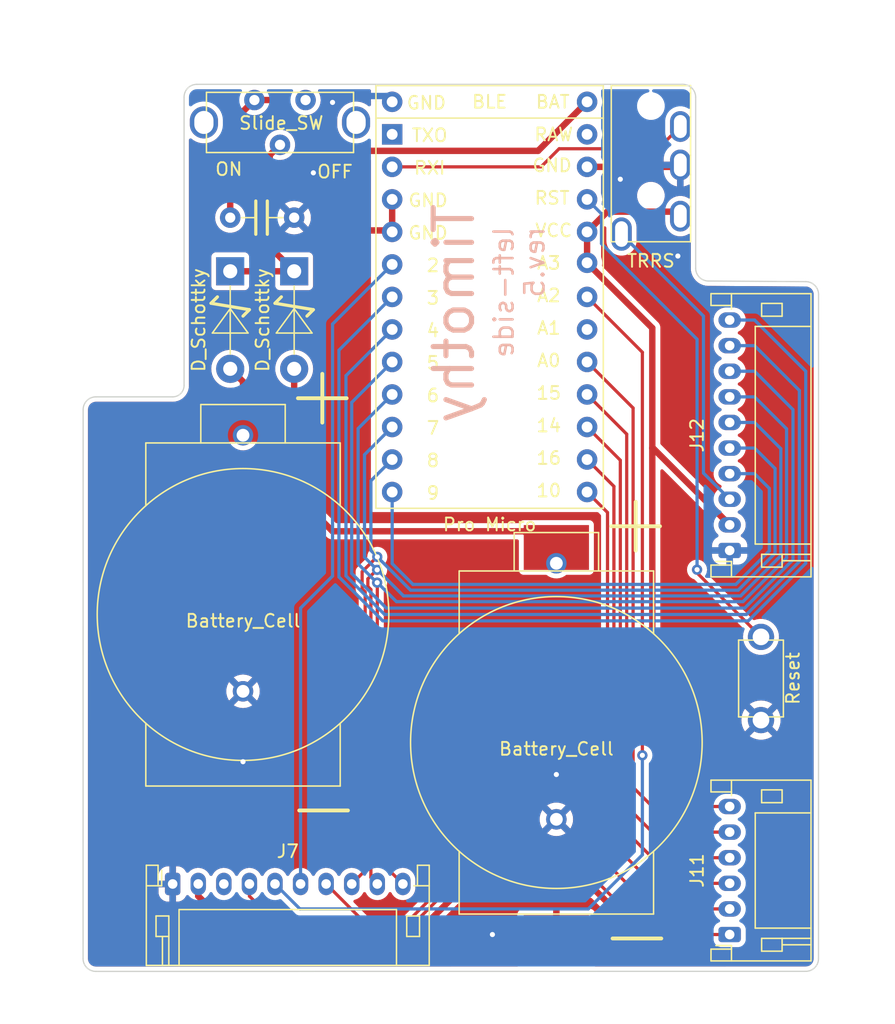
<source format=kicad_pcb>
(kicad_pcb (version 20211014) (generator pcbnew)
  (layers (0 "F.Cu" signal) (31 "B.Cu" signal) (34 "B.Paste" user) (35 "F.Paste" user) (36 "B.SilkS" user "B.Silkscreen") (37 "F.SilkS" user "F.Silkscreen") (38 "B.Mask" user) (39 "F.Mask" user) (44 "Edge.Cuts" user))
  (net 0 "")
  (net 1 "GND")
  (net 2 "/left_control/BAT")
  (net 3 "Net-(BT1-Pad1)")
  (net 4 "Net-(BT2-Pad1)")
  (net 5 "Net-(D70-Pad1)")
  (net 9 "/left_control/SERIAL")
  (net 10 "/left_control/VCC")
  (net 11 "/left_control/BACKLIGHT_TO_RIGHT")
  (net 12 "/left_control/C4")
  (net 13 "/left_control/C5")
  (net 14 "/left_control/C6")
  (net 15 "/left_control/R5")
  (net 16 "/left_control/PWR_LED")
  (net 17 "/left_control/TO_THUMB_BACKLIGHT")
  (net 18 "/left_control/FROM_THUMB_BACKLIGHT")
  (net 19 "/left_control/R1")
  (net 20 "/left_control/R2")
  (net 21 "/left_control/R3")
  (net 22 "/left_control/R4")
  (net 23 "/left_control/C1")
  (net 24 "/left_control/C2")
  (net 25 "/left_control/C3")
  (net 26 "/left_control/C7")
  (net 27 "Net-(SW63-Pad2)")
  (footprint "keyboard:Slide_Switch_ESD175202" (layer "F.Cu") (at 321.892 172.814)
    (fp_text reference "SW31" hide)
    (fp_text value "Slide_SW" (at 0.1 1.8) (layer "F.SilkS"))
    (fp_text user "ON" (at -4 5.4 unlocked) (layer "F.SilkS"))
    (fp_text user "OFF" (at 4.3 5.6 unlocked) (layer "F.SilkS"))
    (fp_line (start -5.75 -0.6) (end 5.75 -0.6) (layer "F.SilkS") (width 0.12))
    (fp_line (start 5.75 4.1) (end -5.75 4.1) (layer "F.SilkS") (width 0.12))
    (fp_line (start 5.75 4.1) (end 5.75 -0.6) (layer "F.SilkS") (width 0.12))
    (fp_line (start -5.75 -0.6) (end -5.75 4.1) (layer "F.SilkS") (width 0.12))
    (pad "" thru_hole circle (at 2 0) (size 1.6 1.6) (drill 0.8) (layers *.Cu *.Mask))
    (pad "" thru_hole oval (at -5.95 1.75) (size 2.2 2.5) (drill oval 1.5 1.8) (layers *.Cu *.Mask))
    (pad "" thru_hole oval (at 5.95 1.75) (size 2.2 2.5) (drill oval 1.5 1.8) (layers *.Cu *.Mask))
    (pad "1" thru_hole circle (at 0 3.5) (size 1.6 1.6) (drill 0.8) (layers *.Cu *.Mask) (net 5 "Net-(D70-Pad1)"))
    (pad "2" thru_hole circle (at -2 0) (size 1.6 1.6) (drill 0.8) (layers *.Cu *.Mask) (net 2 "/left_control/BAT"))
  )
  (footprint "keyboard:Shottky_Barrier_Diode" (layer "F.Cu") (at 323 186.19 -90)
    (fp_text reference "D71" hide)
    (fp_text value "D_Schottky" (at 3.81 2.47 90) (layer "F.SilkS"))
    (fp_line (start 4.826 -1.397) (end 4.826 1.397) (layer "F.SilkS") (width 0.12))
    (fp_line (start 2.5 1.5) (end 2 1) (layer "F.SilkS") (width 0.25))
    (fp_line (start 3 -1.5) (end 2.5 1.5) (layer "F.SilkS") (width 0.25))
    (fp_line (start 2.921 0) (end 4.826 -1.397) (layer "F.SilkS") (width 0.12))
    (fp_line (start 1.143 0) (end 6.477 0) (layer "F.SilkS") (width 0.12))
    (fp_line (start 3.5 -1) (end 3 -1.5) (layer "F.SilkS") (width 0.25))
    (fp_line (start 4.826 1.397) (end 2.921 0) (layer "F.SilkS") (width 0.12))
    (pad "1" thru_hole rect (at 0 0 270) (size 2.2 2.2) (drill 1.1) (layers *.Cu *.Mask) (net 5 "Net-(D70-Pad1)"))
    (pad "2" thru_hole oval (at 7.62 0 270) (size 2.2 2.2) (drill 1.1) (layers *.Cu *.Mask) (net 4 "Net-(BT2-Pad1)"))
  )
  (footprint "Connector_JST:JST_PH_S10B-PH-K_1x10_P2.00mm_Horizontal" (layer "F.Cu") (at 357.05 208 90)
    (fp_text reference "J12" (at 9 -2.55 90) (layer "F.SilkS"))
    (fp_text value "control_to_main_2")
    (fp_line (start 0.5 2) (end 17.5 2) (layer "F.SilkS") (width 0.12))
    (fp_line (start -0.3 4.1) (end -0.3 6.36) (layer "F.SilkS") (width 0.12))
    (fp_line (start 0.5 6.36) (end 0.5 2) (layer "F.SilkS") (width 0.12))
    (fp_line (start -0.3 2.5) (end -1.3 2.5) (layer "F.SilkS") (width 0.12))
    (fp_line (start -2.06 0.14) (end -1.14 0.14) (layer "F.SilkS") (width 0.12))
    (fp_line (start 20.06 0.14) (end 19.14 0.14) (layer "F.SilkS") (width 0.12))
    (fp_line (start 18.3 2.5) (end 19.3 2.5) (layer "F.SilkS") (width 0.12))
    (fp_line (start -1.3 2.5) (end -1.3 4.1) (layer "F.SilkS") (width 0.12))
    (fp_line (start 19.14 -1.46) (end 19.14 0.14) (layer "F.SilkS") (width 0.12))
    (fp_line (start -0.8 4.1) (end -0.8 6.36) (layer "F.SilkS") (width 0.12))
    (fp_line (start 19.3 2.5) (end 19.3 4.1) (layer "F.SilkS") (width 0.12))
    (fp_line (start -1.3 4.1) (end -0.3 4.1) (layer "F.SilkS") (width 0.12))
    (fp_line (start 18.3 4.1) (end 18.3 2.5) (layer "F.SilkS") (width 0.12))
    (fp_line (start 19.14 0.14) (end 18.86 0.14) (layer "F.SilkS") (width 0.12))
    (fp_line (start 20.06 -1.46) (end 19.14 -1.46) (layer "F.SilkS") (width 0.12))
    (fp_line (start -1.14 0.14) (end -1.14 -1.46) (layer "F.SilkS") (width 0.12))
    (fp_line (start 19.3 4.1) (end 18.3 4.1) (layer "F.SilkS") (width 0.12))
    (fp_line (start -0.3 4.1) (end -0.3 2.5) (layer "F.SilkS") (width 0.12))
    (fp_line (start 20.06 6.36) (end 20.06 -1.46) (layer "F.SilkS") (width 0.12))
    (fp_line (start -2.06 6.36) (end 20.06 6.36) (layer "F.SilkS") (width 0.12))
    (fp_line (start -0.86 0.14) (end -0.86 -1.075) (layer "F.SilkS") (width 0.12))
    (fp_line (start -0.86 0.14) (end -1.14 0.14) (layer "F.SilkS") (width 0.12))
    (fp_line (start -1.14 -1.46) (end -2.06 -1.46) (layer "F.SilkS") (width 0.12))
    (fp_line (start -2.06 -1.46) (end -2.06 6.36) (layer "F.SilkS") (width 0.12))
    (fp_line (start 17.5 2) (end 17.5 6.36) (layer "F.SilkS") (width 0.12))
    (pad "1" thru_hole roundrect (at 0 0 90) (size 1.2 1.75) (drill 0.75) (layers *.Cu *.Mask) (roundrect_rratio 0.2083333333) (net 1 "GND"))
    (pad "2" thru_hole oval (at 2 0 90) (size 1.2 1.75) (drill 0.75) (layers *.Cu *.Mask) (net 10 "/left_control/VCC"))
    (pad "3" thru_hole oval (at 4 0 90) (size 1.2 1.75) (drill 0.75) (layers *.Cu *.Mask) (net 11 "/left_control/BACKLIGHT_TO_RIGHT"))
    (pad "4" thru_hole oval (at 6 0 90) (size 1.2 1.75) (drill 0.75) (layers *.Cu *.Mask) (net 26 "/left_control/C7"))
    (pad "5" thru_hole oval (at 8 0 90) (size 1.2 1.75) (drill 0.75) (layers *.Cu *.Mask) (net 14 "/left_control/C6"))
    (pad "6" thru_hole oval (at 10 0 90) (size 1.2 1.75) (drill 0.75) (layers *.Cu *.Mask) (net 13 "/left_control/C5"))
    (pad "7" thru_hole oval (at 12 0 90) (size 1.2 1.75) (drill 0.75) (layers *.Cu *.Mask) (net 12 "/left_control/C4"))
    (pad "8" thru_hole oval (at 14 0 90) (size 1.2 1.75) (drill 0.75) (layers *.Cu *.Mask) (net 25 "/left_control/C3"))
    (pad "9" thru_hole oval (at 16 0 90) (size 1.2 1.75) (drill 0.75) (layers *.Cu *.Mask) (net 24 "/left_control/C2"))
    (pad "10" thru_hole oval (at 18 0 90) (size 1.2 1.75) (drill 0.75) (layers *.Cu *.Mask) (net 23 "/left_control/C1"))
  )
  (footprint "keyboard:Capacitor" (layer "F.Cu") (at 318 182)
    (fp_text reference "C1" hide)
    (fp_text value "100μF")
    (fp_line (start 2.9 0) (end 4.1 0) (layer "F.SilkS") (width 0.12))
    (fp_line (start 0.9 0) (end 2 0) (layer "F.SilkS") (width 0.12))
    (fp_line (start 2.9 -1.3) (end 2.9 1.3) (layer "F.SilkS") (width 0.25))
    (fp_line (start 2 -1.3) (end 2 1.3) (layer "F.SilkS") (width 0.25))
    (pad "1" thru_hole circle (at 0 0) (size 1.6 1.6) (drill 0.8) (layers *.Cu *.Mask) (net 2 "/left_control/BAT"))
    (pad "2" thru_hole circle (at 5 0) (size 1.6 1.6) (drill 0.8) (layers *.Cu *.Mask) (net 1 "GND"))
  )
  (footprint "keyboard:TRRS" (layer "F.Cu") (at 350.892 171.684)
    (fp_text reference "J5" hide)
    (fp_text value "TRRS" (at 0 13.7) (layer "F.SilkS"))
    (fp_line (start -3.1 12.2) (end 3.1 12.2) (layer "F.SilkS") (width 0.12))
    (fp_line (start 3.1 0) (end -3.1 0) (layer "F.SilkS") (width 0.12))
    (fp_line (start -3.1 0) (end -3.1 12.2) (layer "F.SilkS") (width 0.12))
    (fp_line (start 3.1 12.2) (end 3.1 0) (layer "F.SilkS") (width 0.12))
    (pad "" np_thru_hole circle locked (at 0 8.6) (size 1.4 1.4) (drill 1.4) (layers *.Cu *.Mask))
    (pad "" np_thru_hole circle locked (at 0 1.6) (size 1.4 1.4) (drill 1.4) (layers *.Cu *.Mask))
    (pad "1" thru_hole oval locked (at 2.3 3.2) (size 1.6 2.4) (drill oval 1 1.8) (layers *.Cu *.Mask) (net 9 "/left_control/SERIAL"))
    (pad "2" thru_hole oval locked (at 2.3 6.2) (size 1.6 2.4) (drill oval 1 1.8) (layers *.Cu *.Mask) (net 1 "GND"))
    (pad "3" thru_hole oval locked (at 2.3 10.2) (size 1.6 2.4) (drill oval 1 1.8) (layers *.Cu *.Mask) (net 10 "/left_control/VCC"))
    (pad "4" thru_hole oval locked (at -2.3 11.6) (size 1.6 2.6) (drill oval 1 2) (layers *.Cu *.Mask) (net 11 "/left_control/BACKLIGHT_TO_RIGHT"))
  )
  (footprint "keyboard:CR2032_Holder_SMD" (layer "F.Cu") (at 343.5 223 180)
    (fp_text reference "BT2" hide)
    (fp_text value "Battery_Cell" (at 0 -0.5) (layer "F.SilkS"))
    (fp_text user "+" (at -6.2 16.5 180 unlocked) (layer "F.SilkS") (effects (font (size 5 5) (thickness 0.3))))
    (fp_text user "-" (at -6.3 -15.7 180 unlocked) (layer "F.SilkS") (effects (font (size 5 5) (thickness 0.3))))
    (fp_line (start -7.6 13.4) (end 7.6 13.4) (layer "F.SilkS") (width 0.12))
    (fp_line (start 7.6 -13.4) (end 7.6 -8.5) (layer "F.SilkS") (width 0.12))
    (fp_line (start -7.6 -13.4) (end 7.6 -13.4) (layer "F.SilkS") (width 0.12))
    (fp_line (start 7.6 13.4) (end 7.6 8.5) (layer "F.SilkS") (width 0.12))
    (fp_line (start -7.6 -13.4) (end -7.6 -8.5) (layer "F.SilkS") (width 0.12))
    (fp_line (start -7.6 13.4) (end -7.6 8.5) (layer "F.SilkS") (width 0.12))
    (fp_line (start -3.3 13.4) (end -3.3 16.4) (layer "F.SilkS") (width 0.12))
    (fp_line (start -3.3 16.4) (end 3.3 16.4) (layer "F.SilkS") (width 0.12))
    (fp_line (start 3.3 13.4) (end 3.3 16.4) (layer "F.SilkS") (width 0.12))
    (fp_circle (center 0 0) (end 11.4 0) (layer "F.SilkS") (width 0.12) (fill none))
    (pad "1" thru_hole circle (at 0 14 180) (size 1.6 1.6) (drill 1) (layers *.Cu *.Mask) (net 4 "Net-(BT2-Pad1)"))
    (pad "1" smd rect (at 0 15.235 180) (size 5.1 3.5) (layers "F.Cu" "F.Paste" "F.Mask") (net 4 "Net-(BT2-Pad1)"))
    (pad "2" thru_hole circle (at 0 -6 180) (size 1.6 1.6) (drill 1) (layers *.Cu *.Mask) (net 1 "GND"))
    (pad "2" smd rect (at 0 -15.235 180) (size 5.1 3.5) (layers "F.Cu" "F.Paste" "F.Mask") (net 1 "GND"))
  )
  (footprint "Connector_JST:JST_PH_S10B-PH-K_1x10_P2.00mm_Horizontal" (layer "F.Cu") (at 313.5 234.05)
    (fp_text reference "J7" (at 9 -2.55) (layer "F.SilkS"))
    (fp_text value "to_thumb")
    (fp_line (start 17.5 2) (end 17.5 6.36) (layer "F.SilkS") (width 0.12))
    (fp_line (start -1.3 2.5) (end -1.3 4.1) (layer "F.SilkS") (width 0.12))
    (fp_line (start -1.14 -1.46) (end -2.06 -1.46) (layer "F.SilkS") (width 0.12))
    (fp_line (start 19.3 4.1) (end 18.3 4.1) (layer "F.SilkS") (width 0.12))
    (fp_line (start -2.06 6.36) (end 20.06 6.36) (layer "F.SilkS") (width 0.12))
    (fp_line (start -1.3 4.1) (end -0.3 4.1) (layer "F.SilkS") (width 0.12))
    (fp_line (start 18.3 4.1) (end 18.3 2.5) (layer "F.SilkS") (width 0.12))
    (fp_line (start 19.14 -1.46) (end 19.14 0.14) (layer "F.SilkS") (width 0.12))
    (fp_line (start 0.5 2) (end 17.5 2) (layer "F.SilkS") (width 0.12))
    (fp_line (start -0.8 4.1) (end -0.8 6.36) (layer "F.SilkS") (width 0.12))
    (fp_line (start -2.06 0.14) (end -1.14 0.14) (layer "F.SilkS") (width 0.12))
    (fp_line (start -0.3 2.5) (end -1.3 2.5) (layer "F.SilkS") (width 0.12))
    (fp_line (start -0.86 0.14) (end -1.14 0.14) (layer "F.SilkS") (width 0.12))
    (fp_line (start 20.06 -1.46) (end 19.14 -1.46) (layer "F.SilkS") (width 0.12))
    (fp_line (start -0.86 0.14) (end -0.86 -1.075) (layer "F.SilkS") (width 0.12))
    (fp_line (start -0.3 4.1) (end -0.3 2.5) (layer "F.SilkS") (width 0.12))
    (fp_line (start 0.5 6.36) (end 0.5 2) (layer "F.SilkS") (width 0.12))
    (fp_line (start 19.14 0.14) (end 18.86 0.14) (layer "F.SilkS") (width 0.12))
    (fp_line (start -1.14 0.14) (end -1.14 -1.46) (layer "F.SilkS") (width 0.12))
    (fp_line (start -2.06 -1.46) (end -2.06 6.36) (layer "F.SilkS") (width 0.12))
    (fp_line (start -0.3 4.1) (end -0.3 6.36) (layer "F.SilkS") (width 0.12))
    (fp_line (start 20.06 6.36) (end 20.06 -1.46) (layer "F.SilkS") (width 0.12))
    (fp_line (start 19.3 2.5) (end 19.3 4.1) (layer "F.SilkS") (width 0.12))
    (fp_line (start 20.06 0.14) (end 19.14 0.14) (layer "F.SilkS") (width 0.12))
    (fp_line (start 18.3 2.5) (end 19.3 2.5) (layer "F.SilkS") (width 0.12))
    (pad "1" thru_hole roundrect (at 0 0) (size 1.2 1.75) (drill 0.75) (layers *.Cu *.Mask) (roundrect_rratio 0.2083333333) (net 1 "GND"))
    (pad "2" thru_hole oval (at 2 0) (size 1.2 1.75) (drill 0.75) (layers *.Cu *.Mask) (net 10 "/left_control/VCC"))
    (pad "3" thru_hole oval (at 4 0) (size 1.2 1.75) (drill 0.75) (layers *.Cu *.Mask))
    (pad "4" thru_hole oval (at 6 0) (size 1.2 1.75) (drill 0.75) (layers *.Cu *.Mask) (net 18 "/left_control/FROM_THUMB_BACKLIGHT"))
    (pad "5" thru_hole oval (at 8 0) (size 1.2 1.75) (drill 0.75) (layers *.Cu *.Mask) (net 17 "/left_control/TO_THUMB_BACKLIGHT"))
    (pad "6" thru_hole oval (at 10 0) (size 1.2 1.75) (drill 0.75) (layers *.Cu *.Mask) (net 16 "/left_control/PWR_LED"))
    (pad "7" thru_hole oval (at 12 0) (size 1.2 1.75) (drill 0.75) (layers *.Cu *.Mask) (net 15 "/left_control/R5"))
    (pad "8" thru_hole oval (at 14 0) (size 1.2 1.75) (drill 0.75) (layers *.Cu *.Mask) (net 14 "/left_control/C6"))
    (pad "9" thru_hole oval (at 16 0) (size 1.2 1.75) (drill 0.75) (layers *.Cu *.Mask) (net 13 "/left_control/C5"))
    (pad "10" thru_hole oval (at 18 0) (size 1.2 1.75) (drill 0.75) (layers *.Cu *.Mask) (net 12 "/left_control/C4"))
  )
  (footprint "keyboard:Tactile_Switch" (layer "F.Cu") (at 359.5 221.25 90)
    (fp_text reference "SW63" hide)
    (fp_text value "Reset" (at 3.25 2.5 90) (layer "F.SilkS"))
    (fp_line (start 0.25 1.75) (end 0.25 -1.75) (layer "F.SilkS") (width 0.12))
    (fp_line (start 6.25 -1.75) (end 6.25 1.75) (layer "F.SilkS") (width 0.12))
    (fp_line (start 0.25 -1.75) (end 6.25 -1.75) (layer "F.SilkS") (width 0.12))
    (fp_line (start 6.25 1.75) (end 0.25 1.75) (layer "F.SilkS") (width 0.12))
    (pad "1" thru_hole circle (at 0 0 90) (size 2.05 2.05) (drill 1.3) (layers *.Cu *.Mask) (net 1 "GND"))
    (pad "2" thru_hole circle (at 6.5 0 90) (size 2.05 2.05) (drill 1.3) (layers *.Cu *.Mask) (net 27 "Net-(SW63-Pad2)"))
  )
  (footprint "keyboard:CR2032_Holder_SMD" (layer "F.Cu") (at 319 213 180)
    (fp_text reference "BT1" hide)
    (fp_text value "Battery_Cell" (at 0 -0.5) (layer "F.SilkS"))
    (fp_text user "+" (at -6.2 16.5 180 unlocked) (layer "F.SilkS") (effects (font (size 5 5) (thickness 0.3))))
    (fp_text user "-" (at -6.3 -15.7 180 unlocked) (layer "F.SilkS") (effects (font (size 5 5) (thickness 0.3))))
    (fp_line (start 7.6 13.4) (end 7.6 8.5) (layer "F.SilkS") (width 0.12))
    (fp_line (start 7.6 -13.4) (end 7.6 -8.5) (layer "F.SilkS") (width 0.12))
    (fp_line (start 3.3 13.4) (end 3.3 16.4) (layer "F.SilkS") (width 0.12))
    (fp_line (start -7.6 -13.4) (end 7.6 -13.4) (layer "F.SilkS") (width 0.12))
    (fp_line (start -7.6 13.4) (end 7.6 13.4) (layer "F.SilkS") (width 0.12))
    (fp_line (start -7.6 -13.4) (end -7.6 -8.5) (layer "F.SilkS") (width 0.12))
    (fp_line (start -3.3 16.4) (end 3.3 16.4) (layer "F.SilkS") (width 0.12))
    (fp_line (start -3.3 13.4) (end -3.3 16.4) (layer "F.SilkS") (width 0.12))
    (fp_line (start -7.6 13.4) (end -7.6 8.5) (layer "F.SilkS") (width 0.12))
    (fp_circle (center 0 0) (end 11.4 0) (layer "F.SilkS") (width 0.12) (fill none))
    (pad "1" thru_hole circle (at 0 14 180) (size 1.6 1.6) (drill 1) (layers *.Cu *.Mask) (net 3 "Net-(BT1-Pad1)"))
    (pad "1" smd rect (at 0 15.235 180) (size 5.1 3.5) (layers "F.Cu" "F.Paste" "F.Mask") (net 3 "Net-(BT1-Pad1)"))
    (pad "2" thru_hole circle (at 0 -6 180) (size 1.6 1.6) (drill 1) (layers *.Cu *.Mask) (net 1 "GND"))
    (pad "2" smd rect (at 0 -15.235 180) (size 5.1 3.5) (layers "F.Cu" "F.Paste" "F.Mask") (net 1 "GND"))
  )
  (footprint "keyboard:Shottky_Barrier_Diode" (layer "F.Cu") (at 318 186.19 -90)
    (fp_text reference "D70" hide)
    (fp_text value "D_Schottky" (at 3.81 2.47 90) (layer "F.SilkS"))
    (fp_line (start 3.5 -1) (end 3 -1.5) (layer "F.SilkS") (width 0.25))
    (fp_line (start 2.5 1.5) (end 2 1) (layer "F.SilkS") (width 0.25))
    (fp_line (start 2.921 0) (end 4.826 -1.397) (layer "F.SilkS") (width 0.12))
    (fp_line (start 4.826 1.397) (end 2.921 0) (layer "F.SilkS") (width 0.12))
    (fp_line (start 3 -1.5) (end 2.5 1.5) (layer "F.SilkS") (width 0.25))
    (fp_line (start 4.826 -1.397) (end 4.826 1.397) (layer "F.SilkS") (width 0.12))
    (fp_line (start 1.143 0) (end 6.477 0) (layer "F.SilkS") (width 0.12))
    (pad "1" thru_hole rect (at 0 0 270) (size 2.2 2.2) (drill 1.1) (layers *.Cu *.Mask) (net 5 "Net-(D70-Pad1)"))
    (pad "2" thru_hole oval (at 7.62 0 270) (size 2.2 2.2) (drill 1.1) (layers *.Cu *.Mask) (net 3 "Net-(BT1-Pad1)"))
  )
  (footprint "keyboard:BLE_Micro_Pro" (layer "F.Cu") (at 329.392 171.684)
    (fp_text reference "U1" hide)
    (fp_text value "Pro Micro" (at 8.89 34.29) (layer "F.SilkS"))
    (fp_text user "15" (at 13.519 24.018) (layer "F.SilkS"))
    (fp_text user "7" (at 4.458 26.75) (layer "F.SilkS"))
    (fp_text user "GND" (at 4.077 11.51) (layer "F.SilkS"))
    (fp_text user "RAW" (at 13.9 3.825) (layer "F.SilkS"))
    (fp_text user "6" (at 4.458 24.21) (layer "F.SilkS"))
    (fp_text user "3" (at 4.458 16.59) (layer "F.SilkS"))
    (fp_text user "2" (at 4.458 14.05) (layer "F.SilkS"))
    (fp_text user "A0" (at 13.519 21.478) (layer "F.SilkS"))
    (fp_text user "GND" (at 3.95 1.35) (layer "F.SilkS"))
    (fp_text user "8" (at 4.458 29.29) (layer "F.SilkS"))
    (fp_text user "BLE" (at 8.89 1.27 unlocked) (layer "F.SilkS"))
    (fp_text user "16" (at 13.519 29.098) (layer "F.SilkS"))
    (fp_text user "TXO" (at 4.204 3.89) (layer "F.SilkS"))
    (fp_text user "A2" (at 13.519 16.398) (layer "F.SilkS"))
    (fp_text user "BAT" (at 13.825 1.275) (layer "F.SilkS"))
    (fp_text user "A3" (at 13.519 13.858) (layer "F.SilkS"))
    (fp_text user "VCC" (at 13.9 11.318) (layer "F.SilkS"))
    (fp_text user "RXI" (at 4.204 6.43) (layer "F.SilkS"))
    (fp_text user "14" (at 13.519 26.558) (layer "F.SilkS"))
    (fp_text user "GND" (at 4.077 8.97) (layer "F.SilkS"))
    (fp_text user "GND" (at 13.773 6.238) (layer "F.SilkS"))
    (fp_text user "10" (at 13.519 31.638) (layer "F.SilkS"))
    (fp_text user "RST" (at 13.773 8.778) (layer "F.SilkS"))
    (fp_text user "4" (at 4.458 19.13) (layer "F.SilkS"))
    (fp_text user "9" (at 4.458 31.83) (layer "F.SilkS"))
    (fp_text user "5" (at 4.458 21.67) (layer "F.SilkS"))
    (fp_text user "A1" (at 13.519 18.938) (layer "F.SilkS"))
    (fp_line (start 17.78 0) (end 0 0) (layer "F.SilkS") (width 0.12))
    (fp_line (start 0 2.54) (end 17.78 2.54) (layer "F.SilkS") (width 0.12))
    (fp_line (start 0 33.02) (end 17.78 33.02) (layer "F.SilkS") (width 0.12))
    (fp_line (start 0 33.02) (end 0 0) (layer "F.SilkS") (width 0.12))
    (fp_line (start 17.78 0) (end 17.78 33.02) (layer "F.SilkS") (width 0.12))
    (pad "0" thru_hole circle (at 1.27 1.27) (size 1.6 1.6) (drill 0.85) (layers *.Cu *.Mask) (net 1 "GND"))
    (pad "1" thru_hole rect (at 1.27 3.81) (size 1.6 1.6) (drill 0.85) (layers *.Cu *.Mask))
    (pad "2" thru_hole circle (at 1.27 6.35) (size 1.6 1.6) (drill 0.85) (layers *.Cu *.Mask) (net 9 "/left_control/SERIAL"))
    (pad "3" thru_hole circle (at 1.27 8.89) (size 1.6 1.6) (drill 0.85) (layers *.Cu *.Mask) (net 1 "GND"))
    (pad "4" thru_hole circle (at 1.27 11.43) (size 1.6 1.6) (drill 0.85) (layers *.Cu *.Mask) (net 1 "GND"))
    (pad "5" thru_hole circle (at 1.27 13.97) (size 1.6 1.6) (drill 0.85) (layers *.Cu *.Mask) (net 16 "/left_control/PWR_LED"))
    (pad "6" thru_hole circle (at 1.27 16.51) (size 1.6 1.6) (drill 0.85) (layers *.Cu *.Mask) (net 23 "/left_control/C1"))
    (pad "7" thru_hole circle (at 1.27 19.05) (size 1.6 1.6) (drill 0.85) (layers *.Cu *.Mask) (net 24 "/left_control/C2"))
    (pad "8" thru_hole circle (at 1.27 21.59) (size 1.6 1.6) (drill 0.85) (layers *.Cu *.Mask) (net 25 "/left_control/C3"))
    (pad "9" thru_hole circle (at 1.27 24.13) (size 1.6 1.6) (drill 0.85) (layers *.Cu *.Mask) (net 12 "/left_control/C4"))
    (pad "10" thru_hole circle (at 1.27 26.67) (size 1.6 1.6) (drill 0.85) (layers *.Cu *.Mask) (net 13 "/left_control/C5"))
    (pad "11" thru_hole circle (at 1.27 29.21) (size 1.6 1.6) (drill 0.85) (layers *.Cu *.Mask) (net 14 "/left_control/C6"))
    (pad "12" thru_hole circle (at 1.27 31.75) (size 1.6 1.6) (drill 0.85) (layers *.Cu *.Mask) (net 26 "/left_control/C7"))
    (pad "13" thru_hole circle (at 16.51 31.75) (size 1.6 1.6) (drill 0.85) (layers *.Cu *.Mask) (net 15 "/left_control/R5"))
    (pad "14" thru_hole circle (at 16.51 29.21) (size 1.6 1.6) (drill 0.85) (layers *.Cu *.Mask) (net 22 "/left_control/R4"))
    (pad "15" thru_hole circle (at 16.51 26.67) (size 1.6 1.6) (drill 0.85) (layers *.Cu *.Mask) (net 21 "/left_control/R3"))
    (pad "16" thru_hole circle (at 16.51 24.13) (size 1.6 1.6) (drill 0.85) (layers *.Cu *.Mask) (net 20 "/left_control/R2"))
    (pad "17" thru_hole circle (at 16.51 21.59) (size 1.6 1.6) (drill 0.85) (layers *.Cu *.Mask) (net 19 "/left_control/R1"))
    (pad "18" thru_hole circle (at 16.51 19.05) (size 1.6 1.6) (drill 0.85) (layers *.Cu *.Mask))
    (pad "19" thru_hole circle (at 16.51 16.51) (size 1.6 1.6) (drill 0.85) (layers *.Cu *.Mask) (net 17 "/left_control/TO_THUMB_BACKLIGHT"))
    (pad "20" thru_hole circle (at 16.51 13.843) (size 1.6 1.6) (drill 0.85) (layers *.Cu *.Mask) (net 10 "/left_control/VCC"))
    (pad "21" thru_hole circle (at 16.51 11.43) (size 1.6 1.6) (drill 0.85) (layers *.Cu *.Mask) (net 10 "/left_control/VCC"))
    (pad "22" thru_hole circle (at 16.51 8.89) (size 1.6 1.6) (drill 0.85) (layers *.Cu *.Mask) (net 27 "Net-(SW63-Pad2)"))
    (pad "23" thru_hole circle (at 16.51 6.35) (size 1.6 1.6) (drill 0.85) (layers *.Cu *.Mask) (net 1 "GND"))
    (pad "24" thru_hole circle (at 16.51 3.81) (size 1.6 1.6) (drill 0.85) (layers *.Cu *.Mask))
    (pad "25" thru_hole circle (at 16.51 1.27) (size 1.6 1.6) (drill 0.85) (layers *.Cu *.Mask) (net 2 "/left_control/BAT"))
  )
  (footprint "Connector_JST:JST_PH_S6B-PH-K_1x06_P2.00mm_Horizontal" (layer "F.Cu") (at 357.05 238 90)
    (fp_text reference "J11" (at 5 -2.55 90) (layer "F.SilkS"))
    (fp_text value "control_to_main_1")
    (fp_line (start -0.3 4.1) (end -0.3 2.5) (layer "F.SilkS") (width 0.12))
    (fp_line (start 0.5 2) (end 9.5 2) (layer "F.SilkS") (width 0.12))
    (fp_line (start 11.14 -1.46) (end 11.14 0.14) (layer "F.SilkS") (width 0.12))
    (fp_line (start 10.3 2.5) (end 11.3 2.5) (layer "F.SilkS") (width 0.12))
    (fp_line (start -0.3 4.1) (end -0.3 6.36) (layer "F.SilkS") (width 0.12))
    (fp_line (start -1.3 2.5) (end -1.3 4.1) (layer "F.SilkS") (width 0.12))
    (fp_line (start 11.14 0.14) (end 10.86 0.14) (layer "F.SilkS") (width 0.12))
    (fp_line (start -1.3 4.1) (end -0.3 4.1) (layer "F.SilkS") (width 0.12))
    (fp_line (start 10.3 4.1) (end 10.3 2.5) (layer "F.SilkS") (width 0.12))
    (fp_line (start -2.06 -1.46) (end -2.06 6.36) (layer "F.SilkS") (width 0.12))
    (fp_line (start 11.3 4.1) (end 10.3 4.1) (layer "F.SilkS") (width 0.12))
    (fp_line (start 12.06 6.36) (end 12.06 -1.46) (layer "F.SilkS") (width 0.12))
    (fp_line (start -0.3 2.5) (end -1.3 2.5) (layer "F.SilkS") (width 0.12))
    (fp_line (start 9.5 2) (end 9.5 6.36) (layer "F.SilkS") (width 0.12))
    (fp_line (start -0.8 4.1) (end -0.8 6.36) (layer "F.SilkS") (width 0.12))
    (fp_line (start 12.06 -1.46) (end 11.14 -1.46) (layer "F.SilkS") (width 0.12))
    (fp_line (start -2.06 6.36) (end 12.06 6.36) (layer "F.SilkS") (width 0.12))
    (fp_line (start 12.06 0.14) (end 11.14 0.14) (layer "F.SilkS") (width 0.12))
    (fp_line (start -2.06 0.14) (end -1.14 0.14) (layer "F.SilkS") (width 0.12))
    (fp_line (start 11.3 2.5) (end 11.3 4.1) (layer "F.SilkS") (width 0.12))
    (fp_line (start -0.86 0.14) (end -1.14 0.14) (layer "F.SilkS") (width 0.12))
    (fp_line (start -0.86 0.14) (end -0.86 -1.075) (layer "F.SilkS") (width 0.12))
    (fp_line (start -1.14 -1.46) (end -2.06 -1.46) (layer "F.SilkS") (width 0.12))
    (fp_line (start 0.5 6.36) (end 0.5 2) (layer "F.SilkS") (width 0.12))
    (fp_line (start -1.14 0.14) (end -1.14 -1.46) (layer "F.SilkS") (width 0.12))
    (pad "1" thru_hole roundrect (at 0 0 90) (size 1.2 1.75) (drill 0.75) (layers *.Cu *.Mask) (roundrect_rratio 0.2083333333) (net 18 "/left_control/FROM_THUMB_BACKLIGHT"))
    (pad "2" thru_hole oval (at 2 0 90) (size 1.2 1.75) (drill 0.75) (layers *.Cu *.Mask) (net 15 "/left_control/R5"))
    (pad "3" thru_hole oval (at 4 0 90) (size 1.2 1.75) (drill 0.75) (layers *.Cu *.Mask) (net 22 "/left_control/R4"))
    (pad "4" thru_hole oval (at 6 0 90) (size 1.2 1.75) (drill 0.75) (layers *.Cu *.Mask) (net 21 "/left_control/R3"))
    (pad "5" thru_hole oval (at 8 0 90) (size 1.2 1.75) (drill 0.75) (layers *.Cu *.Mask) (net 20 "/left_control/R2"))
    (pad "6" thru_hole oval (at 10 0 90) (size 1.2 1.75) (drill 0.75) (layers *.Cu *.Mask) (net 19 "/left_control/R1"))
  )
  (gr_line (start 354.3924 172.597255) (end 354.3924 185.950439) (layer "Edge.Cuts") (width 0.1))
  (gr_line (start 314.392 195.108) (end 314.392 172.588439) (layer "Edge.Cuts") (width 0.1))
  (gr_arc (start 306.5 197) (mid 306.792893 196.292893) (end 307.5 196) (layer "Edge.Cuts") (width 0.1))
  (gr_arc (start 353.342 171.588439) (mid 354.082536 171.868635) (end 354.3924 172.597255) (layer "Edge.Cuts") (width 0.1))
  (gr_line (start 307.5 196) (end 313.5 196) (layer "Edge.Cuts") (width 0.1))
  (gr_line (start 363 240.873758) (end 307.5 240.879562) (layer "Edge.Cuts") (width 0.1))
  (gr_arc (start 314.392 195.108) (mid 314.130739 195.738739) (end 313.5 196) (layer "Edge.Cuts") (width 0.1))
  (gr_arc (start 307.5 240.879562) (mid 306.789668 240.588441) (end 306.495 239.879562) (layer "Edge.Cuts") (width 0.1))
  (gr_line (start 355.3924 186.950439) (end 363 187) (layer "Edge.Cuts") (width 0.1))
  (gr_arc (start 363 187) (mid 363.707093 187.292896) (end 364 188) (layer "Edge.Cuts") (width 0.1))
  (gr_line (start 315.388 171.588439) (end 353.342 171.588439) (layer "Edge.Cuts") (width 0.1))
  (gr_arc (start 355.3924 186.950439) (mid 354.685279 186.657548) (end 354.3924 185.950439) (layer "Edge.Cuts") (width 0.1))
  (gr_line (start 364 188) (end 363.995158 239.882341) (layer "Edge.Cuts") (width 0.1))
  (gr_line (start 306.5 197) (end 306.495 239.879562) (layer "Edge.Cuts") (width 0.1))
  (gr_arc (start 314.392 172.588439) (mid 314.682767 171.882035) (end 315.388 171.588439) (layer "Edge.Cuts") (width 0.1))
  (gr_arc (start 363.995158 239.882341) (mid 363.704144 240.585372) (end 363 240.873758) (layer "Edge.Cuts") (width 0.1))
  (gr_text "Timothy" (at 335.5 189.5 90) (layer "B.SilkS") (effects (font (size 3 3) (thickness 0.4)) (justify mirror)))
  (gr_text "left-side\nrev.5" (at 340.6 182.6 90) (layer "B.SilkS") (effects (font (size 1.5 1.5) (thickness 0.2)) (justify left mirror)))
  (segment (start 345.902 178.034) (end 353.042 178.034) (width 0.5) (layer "F.Cu") (net 1))
  (segment (start 330.662 180.574) (end 330.662 183.114) (width 0.5) (layer "F.Cu") (net 1))
  (segment (start 323 182) (end 324 183) (width 0.5) (layer "F.Cu") (net 1))
  (segment (start 353.042 178.034) (end 353.192 177.884) (width 0.5) (layer "F.Cu") (net 1))
  (segment (start 330.548 183) (end 330.662 183.114) (width 0.5) (layer "F.Cu") (net 1))
  (segment (start 324 183) (end 330.548 183) (width 0.5) (layer "F.Cu") (net 1))
  (via (at 319 224.5) (size 0.8) (drill 0.4) (layers "F.Cu" "B.Cu") (net 1))
  (via (at 324.5 178.5) (size 0.8) (drill 0.4) (layers "F.Cu" "B.Cu") (net 1))
  (via (at 353 185) (size 0.8) (drill 0.4) (layers "F.Cu" "B.Cu") (net 1))
  (via (at 348.5 179) (size 0.8) (drill 0.4) (layers "F.Cu" "B.Cu") (net 1))
  (via (at 343.5 225.5) (size 0.8) (drill 0.4) (layers "F.Cu" "B.Cu") (net 1))
  (via (at 338.5 238) (size 0.8) (drill 0.4) (layers "F.Cu" "B.Cu") (net 1))
  (via (at 326 173) (size 0.8) (drill 0.4) (layers "F.Cu" "B.Cu") (net 1))
  (segment (start 330.662 172.954) (end 330.208 172.5) (width 0.5) (layer "B.Cu") (net 1))
  (segment (start 330.208 172.5) (end 326.5 172.5) (width 0.5) (layer "B.Cu") (net 1))
  (segment (start 326.5 172.5) (end 326 173) (width 0.5) (layer "B.Cu") (net 1))
  (segment (start 342.072 176.784) (end 325.284 176.784) (width 0.5) (layer "F.Cu") (net 2))
  (segment (start 345.902 172.954) (end 342.072 176.784) (width 0.5) (layer "F.Cu") (net 2))
  (segment (start 321.314 172.814) (end 319.892 172.814) (width 0.5) (layer "F.Cu") (net 2))
  (segment (start 319.892 172.814) (end 318 174.706) (width 0.5) (layer "F.Cu") (net 2))
  (segment (start 318 174.706) (end 318 182) (width 0.5) (layer "F.Cu") (net 2))
  (segment (start 325.284 176.784) (end 321.314 172.814) (width 0.5) (layer "F.Cu") (net 2))
  (segment (start 319 199) (end 319 194.81) (width 0.5) (layer "F.Cu") (net 3))
  (segment (start 319 194.81) (end 318 193.81) (width 0.5) (layer "F.Cu") (net 3))
  (segment (start 341 206.5) (end 343.5 209) (width 0.5) (layer "F.Cu") (net 4))
  (segment (start 323 203.5) (end 326 206.5) (width 0.5) (layer "F.Cu") (net 4))
  (segment (start 326 206.5) (end 341 206.5) (width 0.5) (layer "F.Cu") (net 4))
  (segment (start 323 193.81) (end 323 203.5) (width 0.5) (layer "F.Cu") (net 4))
  (segment (start 321.092001 184.282001) (end 323 186.19) (width 0.5) (layer "F.Cu") (net 5))
  (segment (start 321.092001 177.113999) (end 321.092001 184.282001) (width 0.5) (layer "F.Cu") (net 5))
  (segment (start 321.892 176.314) (end 321.092001 177.113999) (width 0.5) (layer "F.Cu") (net 5))
  (segment (start 318 186.19) (end 323 186.19) (width 0.5) (layer "F.Cu") (net 5))
  (segment (start 343.715586 176.619) (end 342.300586 178.034) (width 0.25) (layer "F.Cu") (net 9))
  (segment (start 351.457 176.619) (end 343.715586 176.619) (width 0.25) (layer "F.Cu") (net 9))
  (segment (start 342.300586 178.034) (end 330.662 178.034) (width 0.25) (layer "F.Cu") (net 9))
  (segment (start 353.192 174.884) (end 351.457 176.619) (width 0.25) (layer "F.Cu") (net 9))
  (segment (start 351 219.5) (end 359.5 228) (width 0.5) (layer "F.Cu") (net 10))
  (segment (start 351.5 239.5) (end 346.5 234.5) (width 0.5) (layer "F.Cu") (net 10))
  (segment (start 358.5 239.5) (end 351.5 239.5) (width 0.5) (layer "F.Cu") (net 10))
  (segment (start 352.842 181.534) (end 353.192 181.884) (width 0.5) (layer "F.Cu") (net 10))
  (segment (start 336 234.5) (end 331.5 239) (width 0.5) (layer "F.Cu") (net 10))
  (segment (start 351 200) (end 351 219.5) (width 0.5) (layer "F.Cu") (net 10))
  (segment (start 331.5 239) (end 319.5 239) (width 0.5) (layer "F.Cu") (net 10))
  (segment (start 346.5 234.5) (end 336 234.5) (width 0.5) (layer "F.Cu") (net 10))
  (segment (start 351 190.625) (end 351 200) (width 0.5) (layer "F.Cu") (net 10))
  (segment (start 345.902 183.114) (end 347.482 181.534) (width 0.5) (layer "F.Cu") (net 10))
  (segment (start 359.5 228) (end 359.5 238.5) (width 0.5) (layer "F.Cu") (net 10))
  (segment (start 347.482 181.534) (end 352.842 181.534) (width 0.5) (layer "F.Cu") (net 10))
  (segment (start 345.902 183.114) (end 345.902 185.527) (width 0.5) (layer "F.Cu") (net 10))
  (segment (start 315.5 235) (end 315.5 234.05) (width 0.5) (layer "F.Cu") (net 10))
  (segment (start 345.902 185.527) (end 351 190.625) (width 0.5) (layer "F.Cu") (net 10))
  (segment (start 357.05 206) (end 351.05 200) (width 0.5) (layer "F.Cu") (net 10))
  (segment (start 319.5 239) (end 315.5 235) (width 0.5) (layer "F.Cu") (net 10))
  (segment (start 351.05 200) (end 351 200) (width 0.5) (layer "F.Cu") (net 10))
  (segment (start 359.5 238.5) (end 358.5 239.5) (width 0.5) (layer "F.Cu") (net 10))
  (segment (start 355 201.95) (end 357.05 204) (width 0.25) (layer "B.Cu") (net 11))
  (segment (start 355 189.692) (end 355 201.95) (width 0.25) (layer "B.Cu") (net 11))
  (segment (start 348.592 183.284) (end 355 189.692) (width 0.25) (layer "B.Cu") (net 11))
  (segment (start 329.5 232.05) (end 331.5 234.05) (width 0.25) (layer "F.Cu") (net 12))
  (segment (start 329.487701 210.512299) (end 329.5 210.524598) (width 0.25) (layer "F.Cu") (net 12))
  (segment (start 329.5 210.524598) (end 329.5 232.05) (width 0.25) (layer "F.Cu") (net 12))
  (via (at 329.487701 210.512299) (size 0.8) (drill 0.4) (layers "F.Cu" "B.Cu") (net 12))
  (segment (start 328 198.476) (end 330.662 195.814) (width 0.25) (layer "B.Cu") (net 12))
  (segment (start 361.5 208.590812) (end 361.5 198.5) (width 0.25) (layer "B.Cu") (net 12))
  (segment (start 328 209.049903) (end 328 198.476) (width 0.25) (layer "B.Cu") (net 12))
  (segment (start 361.5 198.5) (end 359 196) (width 0.25) (layer "B.Cu") (net 12))
  (segment (start 359 196) (end 357.05 196) (width 0.25) (layer "B.Cu") (net 12))
  (segment (start 331 212) (end 358.090812 212) (width 0.25) (layer "B.Cu") (net 12))
  (segment (start 329.487701 210.512299) (end 329.462396 210.512299) (width 0.25) (layer "B.Cu") (net 12))
  (segment (start 329.512299 210.512299) (end 331 212) (width 0.25) (layer "B.Cu") (net 12))
  (segment (start 358.090812 212) (end 361.5 208.590812) (width 0.25) (layer "B.Cu") (net 12))
  (segment (start 329.487701 210.512299) (end 329.512299 210.512299) (width 0.25) (layer "B.Cu") (net 12))
  (segment (start 329.462396 210.512299) (end 328 209.049903) (width 0.25) (layer "B.Cu") (net 12))
  (segment (start 329.462396 209.512299) (end 328.762701 210.211994) (width 0.25) (layer "F.Cu") (net 13))
  (segment (start 329 211.049903) (end 329 233.55) (width 0.25) (layer "F.Cu") (net 13))
  (segment (start 329.487701 209.512299) (end 329.462396 209.512299) (width 0.25) (layer "F.Cu") (net 13))
  (segment (start 328.762701 210.211994) (end 328.762701 210.812604) (width 0.25) (layer "F.Cu") (net 13))
  (segment (start 328.762701 210.812604) (end 329 211.049903) (width 0.25) (layer "F.Cu") (net 13))
  (segment (start 329 233.55) (end 329.5 234.05) (width 0.25) (layer "F.Cu") (net 13))
  (via (at 329.487701 209.512299) (size 0.8) (drill 0.4) (layers "F.Cu" "B.Cu") (net 13))
  (segment (start 329.487701 209.512299) (end 328.5 208.524598) (width 0.25) (layer "B.Cu") (net 13))
  (segment (start 331.55 211.55) (end 357.904416 211.55) (width 0.25) (layer "B.Cu") (net 13))
  (segment (start 329.512299 209.512299) (end 331.55 211.55) (width 0.25) (layer "B.Cu") (net 13))
  (segment (start 359 198) (end 357.05 198) (width 0.25) (layer "B.Cu") (net 13))
  (segment (start 329.487701 209.512299) (end 329.512299 209.512299) (width 0.25) (layer "B.Cu") (net 13))
  (segment (start 361.05 208.404416) (end 361.05 200.05) (width 0.25) (layer "B.Cu") (net 13))
  (segment (start 328.5 208.524598) (end 328.5 200.516) (width 0.25) (layer "B.Cu") (net 13))
  (segment (start 361.05 200.05) (end 359 198) (width 0.25) (layer "B.Cu") (net 13))
  (segment (start 357.904416 211.55) (end 361.05 208.404416) (width 0.25) (layer "B.Cu") (net 13))
  (segment (start 328.5 200.516) (end 330.662 198.354) (width 0.25) (layer "B.Cu") (net 13))
  (segment (start 329.5 208.5) (end 329.474695 208.5) (width 0.25) (layer "F.Cu") (net 14))
  (segment (start 328.312701 209.661994) (end 328.312701 210.999) (width 0.25) (layer "F.Cu") (net 14))
  (segment (start 328.55 233) (end 327.5 234.05) (width 0.25) (layer "F.Cu") (net 14))
  (segment (start 328.312701 210.999) (end 328.55 211.236299) (width 0.25) (layer "F.Cu") (net 14))
  (segment (start 329.474695 208.5) (end 328.312701 209.661994) (width 0.25) (layer "F.Cu") (net 14))
  (segment (start 328.55 211.236299) (end 328.55 233) (width 0.25) (layer "F.Cu") (net 14))
  (via (at 329.5 208.5) (size 0.8) (drill 0.4) (layers "F.Cu" "B.Cu") (net 14))
  (segment (start 360.6 201.6) (end 359 200) (width 0.25) (layer "B.Cu") (net 14))
  (segment (start 329 208) (end 329 202.556) (width 0.25) (layer "B.Cu") (net 14))
  (segment (start 357.71802 211.1) (end 360.6 208.21802) (width 0.25) (layer "B.Cu") (net 14))
  (segment (start 329.5 208.5) (end 332.1 211.1) (width 0.25) (layer "B.Cu") (net 14))
  (segment (start 329 202.556) (end 330.662 200.894) (width 0.25) (layer "B.Cu") (net 14))
  (segment (start 332.1 211.1) (end 357.71802 211.1) (width 0.25) (layer "B.Cu") (net 14))
  (segment (start 360.6 208.21802) (end 360.6 201.6) (width 0.25) (layer "B.Cu") (net 14))
  (segment (start 359 200) (end 357.05 200) (width 0.25) (layer "B.Cu") (net 14))
  (segment (start 329.5 208.5) (end 329 208) (width 0.25) (layer "B.Cu") (net 14))
  (segment (start 346.525 233.475) (end 347.5 232.5) (width 0.25) (layer "F.Cu") (net 15))
  (segment (start 325.5 234.05) (end 328.95 237.5) (width 0.25) (layer "F.Cu") (net 15))
  (segment (start 347.5 232.5) (end 351 236) (width 0.25) (layer "F.Cu") (net 15))
  (segment (start 335.388604 233.475) (end 346.525 233.475) (width 0.25) (layer "F.Cu") (net 15))
  (segment (start 331.363604 237.5) (end 335.388604 233.475) (width 0.25) (layer "F.Cu") (net 15))
  (segment (start 328.95 237.5) (end 331.363604 237.5) (width 0.25) (layer "F.Cu") (net 15))
  (segment (start 351 236) (end 357.05 236) (width 0.25) (layer "F.Cu") (net 15))
  (segment (start 345.902 203.434) (end 347.5 205.032) (width 0.25) (layer "F.Cu") (net 15))
  (segment (start 347.5 205.032) (end 347.5 232.5) (width 0.25) (layer "F.Cu") (net 15))
  (segment (start 330.662 185.654) (end 326 190.316) (width 0.25) (layer "B.Cu") (net 16))
  (segment (start 326 190.316) (end 326 210) (width 0.25) (layer "B.Cu") (net 16))
  (segment (start 323.5 212.5) (end 323.5 234.05) (width 0.25) (layer "B.Cu") (net 16))
  (segment (start 326 210) (end 323.5 212.5) (width 0.25) (layer "B.Cu") (net 16))
  (segment (start 350.2245 192.5165) (end 350.2245 224) (width 0.25) (layer "F.Cu") (net 17))
  (segment (start 345.902 188.194) (end 350.2245 192.5165) (width 0.25) (layer "F.Cu") (net 17))
  (via (at 350.2245 224) (size 0.8) (drill 0.4) (layers "F.Cu" "B.Cu") (net 17))
  (segment (start 350.2245 224) (end 350.2245 231.7755) (width 0.25) (layer "B.Cu") (net 17))
  (segment (start 350.2245 231.7755) (end 346 236) (width 0.25) (layer "B.Cu") (net 17))
  (segment (start 323.45 236) (end 321.5 234.05) (width 0.25) (layer "B.Cu") (net 17))
  (segment (start 346 236) (end 323.45 236) (width 0.25) (layer "B.Cu") (net 17))
  (segment (start 322.5 238) (end 319.5 235) (width 0.25) (layer "F.Cu") (net 18))
  (segment (start 319.5 235) (end 319.5 234.05) (width 0.25) (layer "F.Cu") (net 18))
  (segment (start 350.813172 238) (end 346.738173 233.925) (width 0.25) (layer "F.Cu") (net 18))
  (segment (start 331.5 238) (end 322.5 238) (width 0.25) (layer "F.Cu") (net 18))
  (segment (start 357.05 238) (end 350.813172 238) (width 0.25) (layer "F.Cu") (net 18))
  (segment (start 335.575 233.925) (end 331.5 238) (width 0.25) (layer "F.Cu") (net 18))
  (segment (start 346.738173 233.925) (end 335.575 233.925) (width 0.25) (layer "F.Cu") (net 18))
  (segment (start 349.5 196.872) (end 349.5 226.5) (width 0.25) (layer "F.Cu") (net 19))
  (segment (start 349.5 226.5) (end 351 228) (width 0.25) (layer "F.Cu") (net 19))
  (segment (start 345.902 193.274) (end 349.5 196.872) (width 0.25) (layer "F.Cu") (net 19))
  (segment (start 351 228) (end 357.05 228) (width 0.25) (layer "F.Cu") (net 19))
  (segment (start 349 198.912) (end 349 228) (width 0.25) (layer "F.Cu") (net 20))
  (segment (start 349 228) (end 351 230) (width 0.25) (layer "F.Cu") (net 20))
  (segment (start 351 230) (end 357.05 230) (width 0.25) (layer "F.Cu") (net 20))
  (segment (start 345.902 195.814) (end 349 198.912) (width 0.25) (layer "F.Cu") (net 20))
  (segment (start 345.902 198.354) (end 348.5 200.952) (width 0.25) (layer "F.Cu") (net 21))
  (segment (start 351 232) (end 357.05 232) (width 0.25) (layer "F.Cu") (net 21))
  (segment (start 348.5 200.952) (end 348.5 229.5) (width 0.25) (layer "F.Cu") (net 21))
  (segment (start 348.5 229.5) (end 351 232) (width 0.25) (layer "F.Cu") (net 21))
  (segment (start 351 234) (end 348 231) (width 0.25) (layer "F.Cu") (net 22))
  (segment (start 357.05 234) (end 351 234) (width 0.25) (layer "F.Cu") (net 22))
  (segment (start 348 202.992) (end 345.902 200.894) (width 0.25) (layer "F.Cu") (net 22))
  (segment (start 348 231) (end 348 202.992) (width 0.25) (layer "F.Cu") (net 22))
  (segment (start 358.5 213.5) (end 363 209) (width 0.25) (layer "B.Cu") (net 23))
  (segment (start 326.5 210.068198) (end 329.931802 213.5) (width 0.25) (layer "B.Cu") (net 23))
  (segment (start 363 194) (end 359 190) (width 0.25) (layer "B.Cu") (net 23))
  (segment (start 363 209) (end 363 194) (width 0.25) (layer "B.Cu") (net 23))
  (segment (start 359 190) (end 357.05 190) (width 0.25) (layer "B.Cu") (net 23))
  (segment (start 330.662 188.194) (end 326.5 192.356) (width 0.25) (layer "B.Cu") (net 23))
  (segment (start 326.5 192.356) (end 326.5 210.068198) (width 0.25) (layer "B.Cu") (net 23))
  (segment (start 329.931802 213.5) (end 358.5 213.5) (width 0.25) (layer "B.Cu") (net 23))
  (segment (start 327.05 209.981802) (end 330.068198 213) (width 0.25) (layer "B.Cu") (net 24))
  (segment (start 327.05 194.346) (end 327.05 209.981802) (width 0.25) (layer "B.Cu") (net 24))
  (segment (start 358.363604 213) (end 362.5 208.863604) (width 0.25) (layer "B.Cu") (net 24))
  (segment (start 359 192) (end 357.05 192) (width 0.25) (layer "B.Cu") (net 24))
  (segment (start 362.5 208.863604) (end 362.5 195.5) (width 0.25) (layer "B.Cu") (net 24))
  (segment (start 362.5 195.5) (end 359 192) (width 0.25) (layer "B.Cu") (net 24))
  (segment (start 330.662 190.734) (end 327.05 194.346) (width 0.25) (layer "B.Cu") (net 24))
  (segment (start 330.068198 213) (end 358.363604 213) (width 0.25) (layer "B.Cu") (net 24))
  (segment (start 330.204594 212.5) (end 358.227208 212.5) (width 0.25) (layer "B.Cu") (net 25))
  (segment (start 359 194) (end 357.05 194) (width 0.25) (layer "B.Cu") (net 25))
  (segment (start 362 208.727208) (end 362 197) (width 0.25) (layer "B.Cu") (net 25))
  (segment (start 327.5 209.795406) (end 330.204594 212.5) (width 0.25) (layer "B.Cu") (net 25))
  (segment (start 327.5 196.436) (end 327.5 209.795406) (width 0.25) (layer "B.Cu") (net 25))
  (segment (start 362 197) (end 359 194) (width 0.25) (layer "B.Cu") (net 25))
  (segment (start 330.662 193.274) (end 327.5 196.436) (width 0.25) (layer "B.Cu") (net 25))
  (segment (start 358.227208 212.5) (end 362 208.727208) (width 0.25) (layer "B.Cu") (net 25))
  (segment (start 360.15 208.031624) (end 360.15 203.15) (width 0.25) (layer "B.Cu") (net 26))
  (segment (start 330.662 209.025604) (end 332.286396 210.65) (width 0.25) (layer "B.Cu") (net 26))
  (segment (start 332.286396 210.65) (end 357.531624 210.65) (width 0.25) (layer "B.Cu") (net 26))
  (segment (start 359 202) (end 357.05 202) (width 0.25) (layer "B.Cu") (net 26))
  (segment (start 360.15 203.15) (end 359 202) (width 0.25) (layer "B.Cu") (net 26))
  (segment (start 330.662 203.434) (end 330.662 209.025604) (width 0.25) (layer "B.Cu") (net 26))
  (segment (start 357.531624 210.65) (end 360.15 208.031624) (width 0.25) (layer "B.Cu") (net 26))
  (segment (start 354.5 209.5) (end 354.5 209.75) (width 0.25) (layer "F.Cu") (net 27))
  (segment (start 354.5 209.75) (end 359.5 214.75) (width 0.25) (layer "F.Cu") (net 27))
  (via (at 354.5 209.5) (size 0.8) (drill 0.4) (layers "F.Cu" "B.Cu") (net 27))
  (segment (start 347.027 184.027) (end 354.5 191.5) (width 0.25) (layer "B.Cu") (net 27))
  (segment (start 347.027 181.699) (end 347.027 184.027) (width 0.25) (layer "B.Cu") (net 27))
  (segment (start 354.5 191.5) (end 354.5 209.5) (width 0.25) (layer "B.Cu") (net 27))
  (segment (start 345.902 180.574) (end 347.027 181.699) (width 0.25) (layer "B.Cu") (net 27))
  (zone (net 1) (net_name "GND") (layers F&B.Cu) (connect_pads (clearance 0.381)) (min_thickness 0.254) (fill yes (thermal_gap 0.508) (thermal_bridge_width 0.508))
    (polygon (pts (xy 370 245) (xy 300 245) (xy 300 165) (xy 370 165)))
  )
  (zone (net 0) (net_name "") (layers F&B.Cu) (connect_pads (clearance 0)) (min_thickness 0.254)
    (keepout (tracks allowed) (vias allowed) (pads allowed) (copperpour not_allowed) (footprints allowed))
    (fill (thermal_gap 0.508) (thermal_bridge_width 0.508))
    (polygon (pts (xy 347 205) (xy 329 205) (xy 329 170) (xy 347 170)))
  )
)
</source>
